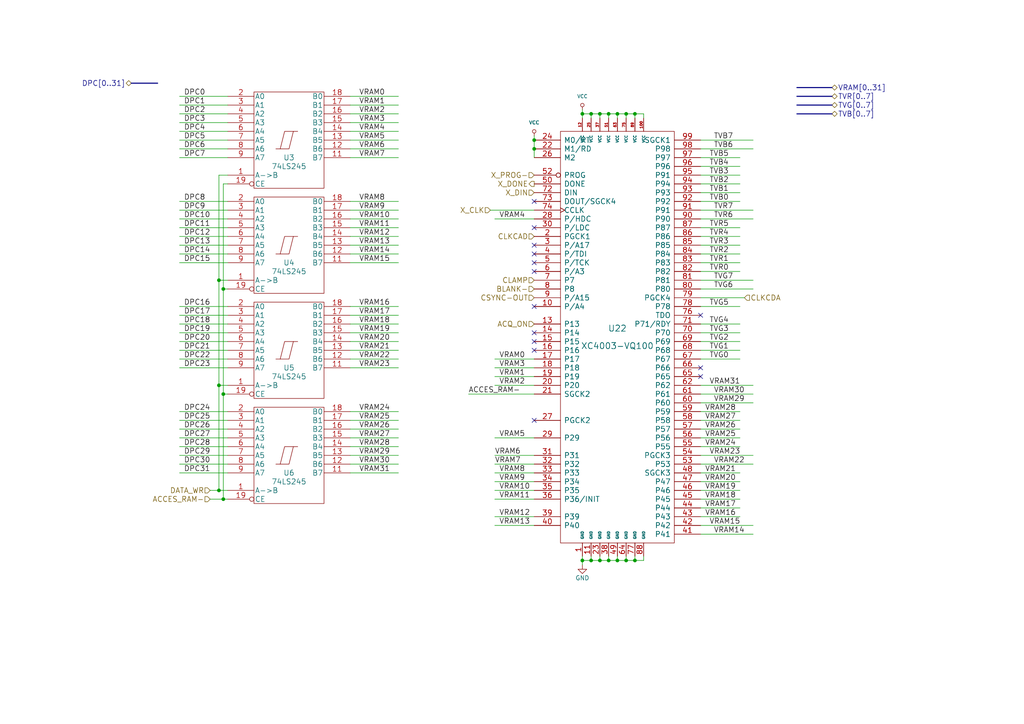
<source format=kicad_sch>
(kicad_sch (version 20221004) (generator eeschema)
  (paper "A4")
  (title_block (title "Video") (date "Sun 22 Mar 2015") (rev "2.0B") (company "Kicad EDA"))
  (lib_symbols
    (symbol "74LS245_1" (pin_names (offset 0.254))
      (property "Reference" "U" (at 2.54 14.605 0))
      (property "Value" "74LS245" (at 1.27 -14.605 0))
      (symbol "74LS245_1_0_0"
        (pin power_in line (at 0 -13.97 90) (length 0) hide (name "GND") (number "10"))
        (pin power_in line (at 0 13.97 270) (length 0) hide (name "VCC") (number "20"))
      )
      (symbol "74LS245_1_0_1"
        (rectangle (start -10.16 13.97) (end 10.16 -13.97))
        (polyline (pts (xy 1.27 2.54) (xy 0 -2.54) (xy -2.54 -2.54)))
        (polyline (pts (xy 2.54 2.54) (xy -1.27 2.54) (xy -2.54 -2.54) (xy -3.81 -2.54)))
      )
      (symbol "74LS245_1_1_1"
        (pin input line (at -17.78 -10.16 0) (length 7.62) (name "A->B") (number "1"))
        (pin tri_state line (at 17.78 -5.08 180) (length 7.62) (name "B7") (number "11"))
        (pin tri_state line (at 17.78 -2.54 180) (length 7.62) (name "B6") (number "12"))
        (pin tri_state line (at 17.78 0 180) (length 7.62) (name "B5") (number "13"))
        (pin tri_state line (at 17.78 2.54 180) (length 7.62) (name "B4") (number "14"))
        (pin tri_state line (at 17.78 5.08 180) (length 7.62) (name "B3") (number "15"))
        (pin tri_state line (at 17.78 7.62 180) (length 7.62) (name "B2") (number "16"))
        (pin tri_state line (at 17.78 10.16 180) (length 7.62) (name "B1") (number "17"))
        (pin tri_state line (at 17.78 12.7 180) (length 7.62) (name "B0") (number "18"))
        (pin input inverted (at -17.78 -12.7 0) (length 7.62) (name "CE") (number "19"))
        (pin tri_state line (at -17.78 12.7 0) (length 7.62) (name "A0") (number "2"))
        (pin tri_state line (at -17.78 10.16 0) (length 7.62) (name "A1") (number "3"))
        (pin tri_state line (at -17.78 7.62 0) (length 7.62) (name "A2") (number "4"))
        (pin tri_state line (at -17.78 5.08 0) (length 7.62) (name "A3") (number "5"))
        (pin tri_state line (at -17.78 2.54 0) (length 7.62) (name "A4") (number "6"))
        (pin tri_state line (at -17.78 0 0) (length 7.62) (name "A5") (number "7"))
        (pin tri_state line (at -17.78 -2.54 0) (length 7.62) (name "A6") (number "8"))
        (pin tri_state line (at -17.78 -5.08 0) (length 7.62) (name "A7") (number "9"))
      )
    )
    (symbol "74LS245_2" (pin_names (offset 0.254))
      (property "Reference" "U" (at 2.54 14.605 0))
      (property "Value" "74LS245" (at 1.27 -14.605 0))
      (symbol "74LS245_2_0_0"
        (pin power_in line (at 0 -13.97 90) (length 0) hide (name "GND") (number "10"))
        (pin power_in line (at 0 13.97 270) (length 0) hide (name "VCC") (number "20"))
      )
      (symbol "74LS245_2_0_1"
        (rectangle (start -10.16 13.97) (end 10.16 -13.97))
        (polyline (pts (xy 1.27 2.54) (xy 0 -2.54) (xy -2.54 -2.54)))
        (polyline (pts (xy 2.54 2.54) (xy -1.27 2.54) (xy -2.54 -2.54) (xy -3.81 -2.54)))
      )
      (symbol "74LS245_2_1_1"
        (pin input line (at -17.78 -10.16 0) (length 7.62) (name "A->B") (number "1"))
        (pin tri_state line (at 17.78 -5.08 180) (length 7.62) (name "B7") (number "11"))
        (pin tri_state line (at 17.78 -2.54 180) (length 7.62) (name "B6") (number "12"))
        (pin tri_state line (at 17.78 0 180) (length 7.62) (name "B5") (number "13"))
        (pin tri_state line (at 17.78 2.54 180) (length 7.62) (name "B4") (number "14"))
        (pin tri_state line (at 17.78 5.08 180) (length 7.62) (name "B3") (number "15"))
        (pin tri_state line (at 17.78 7.62 180) (length 7.62) (name "B2") (number "16"))
        (pin tri_state line (at 17.78 10.16 180) (length 7.62) (name "B1") (number "17"))
        (pin tri_state line (at 17.78 12.7 180) (length 7.62) (name "B0") (number "18"))
        (pin input inverted (at -17.78 -12.7 0) (length 7.62) (name "CE") (number "19"))
        (pin tri_state line (at -17.78 12.7 0) (length 7.62) (name "A0") (number "2"))
        (pin tri_state line (at -17.78 10.16 0) (length 7.62) (name "A1") (number "3"))
        (pin tri_state line (at -17.78 7.62 0) (length 7.62) (name "A2") (number "4"))
        (pin tri_state line (at -17.78 5.08 0) (length 7.62) (name "A3") (number "5"))
        (pin tri_state line (at -17.78 2.54 0) (length 7.62) (name "A4") (number "6"))
        (pin tri_state line (at -17.78 0 0) (length 7.62) (name "A5") (number "7"))
        (pin tri_state line (at -17.78 -2.54 0) (length 7.62) (name "A6") (number "8"))
        (pin tri_state line (at -17.78 -5.08 0) (length 7.62) (name "A7") (number "9"))
      )
    )
    (symbol "74LS245_3" (pin_names (offset 0.254))
      (property "Reference" "U" (at 2.54 14.605 0))
      (property "Value" "74LS245" (at 1.27 -14.605 0))
      (symbol "74LS245_3_0_0"
        (pin power_in line (at 0 -13.97 90) (length 0) hide (name "GND") (number "10"))
        (pin power_in line (at 0 13.97 270) (length 0) hide (name "VCC") (number "20"))
      )
      (symbol "74LS245_3_0_1"
        (rectangle (start -10.16 13.97) (end 10.16 -13.97))
        (polyline (pts (xy 1.27 2.54) (xy 0 -2.54) (xy -2.54 -2.54)))
        (polyline (pts (xy 2.54 2.54) (xy -1.27 2.54) (xy -2.54 -2.54) (xy -3.81 -2.54)))
      )
      (symbol "74LS245_3_1_1"
        (pin input line (at -17.78 -10.16 0) (length 7.62) (name "A->B") (number "1"))
        (pin tri_state line (at 17.78 -5.08 180) (length 7.62) (name "B7") (number "11"))
        (pin tri_state line (at 17.78 -2.54 180) (length 7.62) (name "B6") (number "12"))
        (pin tri_state line (at 17.78 0 180) (length 7.62) (name "B5") (number "13"))
        (pin tri_state line (at 17.78 2.54 180) (length 7.62) (name "B4") (number "14"))
        (pin tri_state line (at 17.78 5.08 180) (length 7.62) (name "B3") (number "15"))
        (pin tri_state line (at 17.78 7.62 180) (length 7.62) (name "B2") (number "16"))
        (pin tri_state line (at 17.78 10.16 180) (length 7.62) (name "B1") (number "17"))
        (pin tri_state line (at 17.78 12.7 180) (length 7.62) (name "B0") (number "18"))
        (pin input inverted (at -17.78 -12.7 0) (length 7.62) (name "CE") (number "19"))
        (pin tri_state line (at -17.78 12.7 0) (length 7.62) (name "A0") (number "2"))
        (pin tri_state line (at -17.78 10.16 0) (length 7.62) (name "A1") (number "3"))
        (pin tri_state line (at -17.78 7.62 0) (length 7.62) (name "A2") (number "4"))
        (pin tri_state line (at -17.78 5.08 0) (length 7.62) (name "A3") (number "5"))
        (pin tri_state line (at -17.78 2.54 0) (length 7.62) (name "A4") (number "6"))
        (pin tri_state line (at -17.78 0 0) (length 7.62) (name "A5") (number "7"))
        (pin tri_state line (at -17.78 -2.54 0) (length 7.62) (name "A6") (number "8"))
        (pin tri_state line (at -17.78 -5.08 0) (length 7.62) (name "A7") (number "9"))
      )
    )
    (symbol "power:GND" (power) (pin_names (offset 0))
      (property "Value" "GND" (at 0 -3.81 0))
      (symbol "GND_0_1"
        (polyline (pts (xy 0 0) (xy 0 -1.27) (xy 1.27 -1.27) (xy 0 -2.54) (xy -1.27 -1.27) (xy 0 -1.27)))
      )
      (symbol "GND_1_1"
        (pin power_in line (at 0 0 270) (length 0) hide (name "GND") (number "1"))
      )
    )
    (symbol "video_schlib:74LS245" (pin_names (offset 0.254))
      (property "Reference" "U" (at 2.54 14.605 0))
      (property "Value" "74LS245" (at 1.27 -14.605 0))
      (symbol "74LS245_0_0"
        (pin power_in line (at 0 -13.97 90) (length 0) hide (name "GND") (number "10"))
        (pin power_in line (at 0 13.97 270) (length 0) hide (name "VCC") (number "20"))
      )
      (symbol "74LS245_0_1"
        (rectangle (start -10.16 13.97) (end 10.16 -13.97))
        (polyline (pts (xy 1.27 2.54) (xy 0 -2.54) (xy -2.54 -2.54)))
        (polyline (pts (xy 2.54 2.54) (xy -1.27 2.54) (xy -2.54 -2.54) (xy -3.81 -2.54)))
      )
      (symbol "74LS245_1_1"
        (pin input line (at -17.78 -10.16 0) (length 7.62) (name "A->B") (number "1"))
        (pin tri_state line (at 17.78 -5.08 180) (length 7.62) (name "B7") (number "11"))
        (pin tri_state line (at 17.78 -2.54 180) (length 7.62) (name "B6") (number "12"))
        (pin tri_state line (at 17.78 0 180) (length 7.62) (name "B5") (number "13"))
        (pin tri_state line (at 17.78 2.54 180) (length 7.62) (name "B4") (number "14"))
        (pin tri_state line (at 17.78 5.08 180) (length 7.62) (name "B3") (number "15"))
        (pin tri_state line (at 17.78 7.62 180) (length 7.62) (name "B2") (number "16"))
        (pin tri_state line (at 17.78 10.16 180) (length 7.62) (name "B1") (number "17"))
        (pin tri_state line (at 17.78 12.7 180) (length 7.62) (name "B0") (number "18"))
        (pin input inverted (at -17.78 -12.7 0) (length 7.62) (name "CE") (number "19"))
        (pin tri_state line (at -17.78 12.7 0) (length 7.62) (name "A0") (number "2"))
        (pin tri_state line (at -17.78 10.16 0) (length 7.62) (name "A1") (number "3"))
        (pin tri_state line (at -17.78 7.62 0) (length 7.62) (name "A2") (number "4"))
        (pin tri_state line (at -17.78 5.08 0) (length 7.62) (name "A3") (number "5"))
        (pin tri_state line (at -17.78 2.54 0) (length 7.62) (name "A4") (number "6"))
        (pin tri_state line (at -17.78 0 0) (length 7.62) (name "A5") (number "7"))
        (pin tri_state line (at -17.78 -2.54 0) (length 7.62) (name "A6") (number "8"))
        (pin tri_state line (at -17.78 -5.08 0) (length 7.62) (name "A7") (number "9"))
      )
    )
    (symbol "video_schlib:VCC" (power) (pin_names (offset 0))
      (property "Value" "VCC" (at 0 2.54 0))
      (symbol "VCC_0_0"
        (pin power_in line (at 0 0 90) (length 0) hide (name "VCC") (number "1"))
      )
      (symbol "VCC_0_1"
        (polyline (pts (xy 0 0) (xy 0 0.762) (xy 0 0.762)))
        (circle (center 0 1.27) (radius 0.508))
      )
    )
    (symbol "video_schlib:XC4003-VQ100" (pin_names (offset 1.016))
      (property "Reference" "U" (at 0 2.54 0))
      (property "Value" "XC4003-VQ100" (at 0 -2.54 0))
      (symbol "XC4003-VQ100_0_1"
        (rectangle (start -16.51 -59.69) (end 16.51 59.69))
      )
      (symbol "XC4003-VQ100_1_1"
        (pin power_in line (at -10.16 -63.5 90) (length 3.81) (name "GND") (number "1"))
        (pin passive line (at -24.13 8.89 0) (length 7.62) (name "P/A4") (number "10"))
        (pin power_in line (at 7.62 63.5 270) (length 3.81) (name "VCC") (number "100"))
        (pin power_in line (at -7.62 -63.5 90) (length 3.81) (name "GND") (number "11"))
        (pin power_in line (at -10.16 63.5 270) (length 3.81) (name "VCC") (number "12"))
        (pin bidirectional line (at -24.13 3.81 0) (length 7.62) (name "P13") (number "13"))
        (pin passive line (at -24.13 1.27 0) (length 7.62) (name "P14") (number "14"))
        (pin passive line (at -24.13 -1.27 0) (length 7.62) (name "P15") (number "15"))
        (pin passive line (at -24.13 -3.81 0) (length 7.62) (name "P16") (number "16"))
        (pin passive line (at -24.13 -6.35 0) (length 7.62) (name "P17") (number "17"))
        (pin passive line (at -24.13 -8.89 0) (length 7.62) (name "P18") (number "18"))
        (pin passive line (at -24.13 -11.43 0) (length 7.62) (name "P19") (number "19"))
        (pin passive line (at -24.13 29.21 0) (length 7.62) (name "PGCK1") (number "2"))
        (pin passive line (at -24.13 -13.97 0) (length 7.62) (name "P20") (number "20"))
        (pin passive line (at -24.13 -16.51 0) (length 7.62) (name "SGCK2") (number "21"))
        (pin input line (at -24.13 54.61 0) (length 7.62) (name "M1/RD") (number "22"))
        (pin power_in line (at -5.08 -63.5 90) (length 3.81) (name "GND") (number "23"))
        (pin input line (at -24.13 57.15 0) (length 7.62) (name "M0/RT") (number "24"))
        (pin power_in line (at -7.62 63.5 270) (length 3.81) (name "VCC") (number "25"))
        (pin passive line (at -24.13 52.07 0) (length 7.62) (name "M2") (number "26"))
        (pin passive line (at -24.13 -24.13 0) (length 7.62) (name "PGCK2") (number "27"))
        (pin passive line (at -24.13 34.29 0) (length 7.62) (name "P/HDC") (number "28"))
        (pin passive line (at -24.13 -29.21 0) (length 7.62) (name "P29") (number "29"))
        (pin passive line (at -24.13 26.67 0) (length 7.62) (name "P/A17") (number "3"))
        (pin passive line (at -24.13 31.75 0) (length 7.62) (name "P/LDC") (number "30"))
        (pin passive line (at -24.13 -34.29 0) (length 7.62) (name "P31") (number "31"))
        (pin passive line (at -24.13 -36.83 0) (length 7.62) (name "P32") (number "32"))
        (pin passive line (at -24.13 -39.37 0) (length 7.62) (name "P33") (number "33"))
        (pin passive line (at -24.13 -41.91 0) (length 7.62) (name "P34") (number "34"))
        (pin passive line (at -24.13 -44.45 0) (length 7.62) (name "P35") (number "35"))
        (pin passive line (at -24.13 -46.99 0) (length 7.62) (name "P36/INIT") (number "36"))
        (pin power_in line (at -5.08 63.5 270) (length 3.81) (name "VCC") (number "37"))
        (pin power_in line (at -2.54 -63.5 90) (length 3.81) (name "GND") (number "38"))
        (pin passive line (at -24.13 -52.07 0) (length 7.62) (name "P39") (number "39"))
        (pin passive line (at -24.13 24.13 0) (length 7.62) (name "P/TDI") (number "4"))
        (pin passive line (at -24.13 -54.61 0) (length 7.62) (name "P40") (number "40"))
        (pin passive line (at 24.13 -57.15 180) (length 7.62) (name "P41") (number "41"))
        (pin passive line (at 24.13 -54.61 180) (length 7.62) (name "P42") (number "42"))
        (pin passive line (at 24.13 -52.07 180) (length 7.62) (name "P43") (number "43"))
        (pin passive line (at 24.13 -49.53 180) (length 7.62) (name "P44") (number "44"))
        (pin passive line (at 24.13 -46.99 180) (length 7.62) (name "P45") (number "45"))
        (pin passive line (at 24.13 -44.45 180) (length 7.62) (name "P46") (number "46"))
        (pin passive line (at 24.13 -41.91 180) (length 7.62) (name "P47") (number "47"))
        (pin passive line (at 24.13 -39.37 180) (length 7.62) (name "SGCK3") (number "48"))
        (pin power_in line (at 0 -63.5 90) (length 3.81) (name "GND") (number "49"))
        (pin passive line (at -24.13 21.59 0) (length 7.62) (name "P/TCK") (number "5"))
        (pin open_collector line (at -24.13 44.45 0) (length 7.62) (name "DONE") (number "50"))
        (pin power_in line (at -2.54 63.5 270) (length 3.81) (name "VCC") (number "51"))
        (pin input inverted (at -24.13 46.99 0) (length 7.62) (name "PROG") (number "52"))
        (pin bidirectional line (at 24.13 -36.83 180) (length 7.62) (name "P53") (number "53"))
        (pin bidirectional line (at 24.13 -34.29 180) (length 7.62) (name "PGCK3") (number "54"))
        (pin passive line (at 24.13 -31.75 180) (length 7.62) (name "P55") (number "55"))
        (pin bidirectional line (at 24.13 -29.21 180) (length 7.62) (name "P56") (number "56"))
        (pin passive line (at 24.13 -26.67 180) (length 7.62) (name "P57") (number "57"))
        (pin passive line (at 24.13 -24.13 180) (length 7.62) (name "P58") (number "58"))
        (pin passive line (at 24.13 -21.59 180) (length 7.62) (name "P59") (number "59"))
        (pin passive line (at -24.13 19.05 0) (length 7.62) (name "P/A3") (number "6"))
        (pin passive line (at 24.13 -19.05 180) (length 7.62) (name "P60") (number "60"))
        (pin passive line (at 24.13 -16.51 180) (length 7.62) (name "P61") (number "61"))
        (pin passive line (at 24.13 -13.97 180) (length 7.62) (name "P62") (number "62"))
        (pin power_in line (at 0 63.5 270) (length 3.81) (name "VCC") (number "63"))
        (pin power_in line (at 2.54 -63.5 90) (length 3.81) (name "GND") (number "64"))
        (pin passive line (at 24.13 -11.43 180) (length 7.62) (name "P65") (number "65"))
        (pin passive line (at 24.13 -8.89 180) (length 7.62) (name "P66") (number "66"))
        (pin passive line (at 24.13 -6.35 180) (length 7.62) (name "P67") (number "67"))
        (pin passive line (at 24.13 -3.81 180) (length 7.62) (name "P68") (number "68"))
        (pin passive line (at 24.13 -1.27 180) (length 7.62) (name "P69") (number "69"))
        (pin passive line (at -24.13 16.51 0) (length 7.62) (name "P7") (number "7"))
        (pin passive line (at 24.13 1.27 180) (length 7.62) (name "P70") (number "70"))
        (pin passive line (at 24.13 3.81 180) (length 7.62) (name "P71/RDY") (number "71"))
        (pin passive line (at -24.13 41.91 0) (length 7.62) (name "DIN") (number "72"))
        (pin passive line (at -24.13 39.37 0) (length 7.62) (name "DOUT/SGCK4") (number "73"))
        (pin input clock (at -24.13 36.83 0) (length 7.62) (name "CCLK") (number "74"))
        (pin power_in line (at 2.54 63.5 270) (length 3.81) (name "VCC") (number "75"))
        (pin output line (at 24.13 6.35 180) (length 7.62) (name "TDO") (number "76"))
        (pin power_in line (at 5.08 -63.5 90) (length 3.81) (name "GND") (number "77"))
        (pin passive line (at 24.13 8.89 180) (length 7.62) (name "P78") (number "78"))
        (pin passive line (at 24.13 11.43 180) (length 7.62) (name "PGCK4") (number "79"))
        (pin passive line (at -24.13 13.97 0) (length 7.62) (name "P8") (number "8"))
        (pin passive line (at 24.13 13.97 180) (length 7.62) (name "P80") (number "80"))
        (pin passive line (at 24.13 16.51 180) (length 7.62) (name "P81") (number "81"))
        (pin passive line (at 24.13 19.05 180) (length 7.62) (name "P82") (number "82"))
        (pin passive line (at 24.13 21.59 180) (length 7.62) (name "P83") (number "83"))
        (pin passive line (at 24.13 24.13 180) (length 7.62) (name "P84") (number "84"))
        (pin passive line (at 24.13 26.67 180) (length 7.62) (name "P85") (number "85"))
        (pin passive line (at 24.13 29.21 180) (length 7.62) (name "P86") (number "86"))
        (pin passive line (at 24.13 31.75 180) (length 7.62) (name "P87") (number "87"))
        (pin power_in line (at 7.62 -63.5 90) (length 3.81) (name "GND") (number "88"))
        (pin power_in line (at 5.08 63.5 270) (length 3.81) (name "VCC") (number "89"))
        (pin passive line (at -24.13 11.43 0) (length 7.62) (name "P/A15") (number "9"))
        (pin bidirectional line (at 24.13 34.29 180) (length 7.62) (name "P90") (number "90"))
        (pin passive line (at 24.13 36.83 180) (length 7.62) (name "P91") (number "91"))
        (pin passive line (at 24.13 39.37 180) (length 7.62) (name "P92") (number "92"))
        (pin passive line (at 24.13 41.91 180) (length 7.62) (name "P93") (number "93"))
        (pin passive line (at 24.13 44.45 180) (length 7.62) (name "P94") (number "94"))
        (pin passive line (at 24.13 46.99 180) (length 7.62) (name "P91") (number "95"))
        (pin passive line (at 24.13 49.53 180) (length 7.62) (name "P96") (number "96"))
        (pin passive line (at 24.13 52.07 180) (length 7.62) (name "P97") (number "97"))
        (pin bidirectional line (at 24.13 54.61 180) (length 7.62) (name "P98") (number "98"))
        (pin bidirectional line (at 24.13 57.15 180) (length 7.62) (name "SGCK1") (number "99"))
      )
    )
  )
  (junction (at 154.94 40.64) (diameter 0.9144))
  (junction (at 168.91 33.02))
  (junction (at 173.99 33.02))
  (junction (at 173.99 162.56))
  (junction (at 64.77 144.78) (diameter 0.9144))
  (junction (at 181.61 162.56))
  (junction (at 179.07 162.56))
  (junction (at 171.45 33.02))
  (junction (at 168.91 162.56))
  (junction (at 184.15 33.02))
  (junction (at 184.15 162.56))
  (junction (at 171.45 162.56))
  (junction (at 181.61 33.02))
  (junction (at 176.53 162.56))
  (junction (at 63.5 81.28) (diameter 0.9144))
  (junction (at 154.94 43.18) (diameter 0.9144))
  (junction (at 176.53 33.02))
  (junction (at 64.77 114.3) (diameter 0.9144))
  (junction (at 63.5 111.76) (diameter 0.9144))
  (junction (at 64.77 83.82) (diameter 0.9144))
  (junction (at 63.5 142.24) (diameter 0.9144))
  (junction (at 179.07 33.02))
  (no_connect (at 154.94 96.52))
  (no_connect (at 154.94 58.42))
  (no_connect (at 154.94 73.66))
  (no_connect (at 154.94 78.74))
  (no_connect (at 154.94 66.04))
  (no_connect (at 154.94 71.12))
  (no_connect (at 203.2 109.22))
  (no_connect (at 203.2 91.44))
  (no_connect (at 154.94 88.9))
  (no_connect (at 154.94 76.2))
  (no_connect (at 203.2 106.68))
  (no_connect (at 154.94 121.92))
  (no_connect (at 154.94 99.06))
  (no_connect (at 154.94 101.6))
  (wire (pts (xy 66.04 101.6) (xy 52.07 101.6)))
  (wire (pts (xy 143.51 149.86) (xy 154.94 149.86)))
  (wire (pts (xy 101.6 93.98) (xy 115.57 93.98)))
  (wire (pts (xy 154.94 40.64) (xy 154.94 39.37)))
  (wire (pts (xy 203.2 93.98) (xy 214.63 93.98)))
  (wire (pts (xy 203.2 101.6) (xy 214.63 101.6)))
  (wire (pts (xy 176.53 161.29) (xy 176.53 162.56)))
  (wire (pts (xy 154.94 43.18) (xy 154.94 40.64)))
  (wire (pts (xy 143.51 127) (xy 154.94 127)))
  (wire (pts (xy 63.5 50.8) (xy 66.04 50.8)))
  (wire (pts (xy 143.51 144.78) (xy 154.94 144.78)))
  (wire (pts (xy 63.5 142.24) (xy 66.04 142.24)))
  (wire (pts (xy 66.04 63.5) (xy 52.07 63.5)))
  (wire (pts (xy 176.53 162.56) (xy 173.99 162.56)))
  (wire (pts (xy 168.91 33.02) (xy 168.91 34.29)))
  (wire (pts (xy 154.94 45.72) (xy 154.94 43.18)))
  (wire (pts (xy 101.6 45.72) (xy 115.57 45.72)))
  (wire (pts (xy 66.04 45.72) (xy 52.07 45.72)))
  (wire (pts (xy 66.04 66.04) (xy 52.07 66.04)))
  (wire (pts (xy 66.04 27.94) (xy 52.07 27.94)))
  (wire (pts (xy 179.07 162.56) (xy 176.53 162.56)))
  (wire (pts (xy 66.04 58.42) (xy 52.07 58.42)))
  (wire (pts (xy 101.6 58.42) (xy 115.57 58.42)))
  (wire (pts (xy 101.6 134.62) (xy 115.57 134.62)))
  (wire (pts (xy 64.77 83.82) (xy 64.77 53.34)))
  (wire (pts (xy 203.2 45.72) (xy 214.63 45.72)))
  (wire (pts (xy 203.2 121.92) (xy 214.63 121.92)))
  (wire (pts (xy 218.44 81.28) (xy 203.2 81.28)))
  (wire (pts (xy 203.2 139.7) (xy 214.63 139.7)))
  (wire (pts (xy 179.07 161.29) (xy 179.07 162.56)))
  (bus (pts (xy 231.14 25.4) (xy 241.3 25.4)))
  (wire (pts (xy 203.2 88.9) (xy 214.63 88.9)))
  (wire (pts (xy 218.44 152.4) (xy 203.2 152.4)))
  (wire (pts (xy 66.04 88.9) (xy 52.07 88.9)))
  (wire (pts (xy 218.44 114.3) (xy 203.2 114.3)))
  (wire (pts (xy 171.45 161.29) (xy 171.45 162.56)))
  (wire (pts (xy 66.04 83.82) (xy 64.77 83.82)))
  (wire (pts (xy 66.04 30.48) (xy 52.07 30.48)))
  (wire (pts (xy 66.04 132.08) (xy 52.07 132.08)))
  (wire (pts (xy 154.94 60.96) (xy 142.24 60.96)))
  (wire (pts (xy 101.6 91.44) (xy 115.57 91.44)))
  (wire (pts (xy 101.6 101.6) (xy 115.57 101.6)))
  (wire (pts (xy 66.04 73.66) (xy 52.07 73.66)))
  (wire (pts (xy 171.45 33.02) (xy 173.99 33.02)))
  (wire (pts (xy 181.61 162.56) (xy 179.07 162.56)))
  (wire (pts (xy 66.04 35.56) (xy 52.07 35.56)))
  (wire (pts (xy 143.51 111.76) (xy 154.94 111.76)))
  (wire (pts (xy 143.51 152.4) (xy 154.94 152.4)))
  (wire (pts (xy 203.2 78.74) (xy 214.63 78.74)))
  (wire (pts (xy 203.2 124.46) (xy 214.63 124.46)))
  (wire (pts (xy 101.6 35.56) (xy 115.57 35.56)))
  (bus (pts (xy 231.14 30.48) (xy 241.3 30.48)))
  (wire (pts (xy 101.6 63.5) (xy 115.57 63.5)))
  (wire (pts (xy 101.6 73.66) (xy 115.57 73.66)))
  (wire (pts (xy 203.2 127) (xy 214.63 127)))
  (wire (pts (xy 66.04 127) (xy 52.07 127)))
  (wire (pts (xy 181.61 161.29) (xy 181.61 162.56)))
  (wire (pts (xy 218.44 132.08) (xy 203.2 132.08)))
  (wire (pts (xy 66.04 119.38) (xy 52.07 119.38)))
  (wire (pts (xy 181.61 33.02) (xy 181.61 34.29)))
  (wire (pts (xy 63.5 111.76) (xy 63.5 81.28)))
  (wire (pts (xy 101.6 137.16) (xy 115.57 137.16)))
  (wire (pts (xy 64.77 114.3) (xy 64.77 83.82)))
  (wire (pts (xy 101.6 43.18) (xy 115.57 43.18)))
  (wire (pts (xy 66.04 114.3) (xy 64.77 114.3)))
  (wire (pts (xy 101.6 66.04) (xy 115.57 66.04)))
  (wire (pts (xy 101.6 121.92) (xy 115.57 121.92)))
  (wire (pts (xy 171.45 33.02) (xy 171.45 34.29)))
  (wire (pts (xy 203.2 66.04) (xy 214.63 66.04)))
  (wire (pts (xy 218.44 111.76) (xy 203.2 111.76)))
  (wire (pts (xy 179.07 34.29) (xy 179.07 33.02)))
  (wire (pts (xy 64.77 53.34) (xy 66.04 53.34)))
  (wire (pts (xy 203.2 144.78) (xy 214.63 144.78)))
  (wire (pts (xy 101.6 124.46) (xy 115.57 124.46)))
  (wire (pts (xy 218.44 43.18) (xy 203.2 43.18)))
  (wire (pts (xy 66.04 93.98) (xy 52.07 93.98)))
  (wire (pts (xy 184.15 33.02) (xy 186.69 33.02)))
  (wire (pts (xy 179.07 33.02) (xy 181.61 33.02)))
  (wire (pts (xy 203.2 50.8) (xy 214.63 50.8)))
  (wire (pts (xy 66.04 121.92) (xy 52.07 121.92)))
  (wire (pts (xy 171.45 162.56) (xy 168.91 162.56)))
  (wire (pts (xy 203.2 73.66) (xy 214.63 73.66)))
  (wire (pts (xy 203.2 99.06) (xy 214.63 99.06)))
  (wire (pts (xy 66.04 99.06) (xy 52.07 99.06)))
  (wire (pts (xy 66.04 68.58) (xy 52.07 68.58)))
  (wire (pts (xy 168.91 31.75) (xy 168.91 33.02)))
  (wire (pts (xy 186.69 162.56) (xy 184.15 162.56)))
  (wire (pts (xy 66.04 91.44) (xy 52.07 91.44)))
  (wire (pts (xy 203.2 68.58) (xy 214.63 68.58)))
  (wire (pts (xy 66.04 104.14) (xy 52.07 104.14)))
  (wire (pts (xy 203.2 53.34) (xy 214.63 53.34)))
  (wire (pts (xy 173.99 161.29) (xy 173.99 162.56)))
  (wire (pts (xy 203.2 104.14) (xy 214.63 104.14)))
  (wire (pts (xy 60.96 142.24) (xy 63.5 142.24)))
  (wire (pts (xy 203.2 129.54) (xy 214.63 129.54)))
  (wire (pts (xy 66.04 124.46) (xy 52.07 124.46)))
  (wire (pts (xy 218.44 60.96) (xy 203.2 60.96)))
  (wire (pts (xy 184.15 162.56) (xy 181.61 162.56)))
  (wire (pts (xy 203.2 119.38) (xy 214.63 119.38)))
  (wire (pts (xy 66.04 96.52) (xy 52.07 96.52)))
  (wire (pts (xy 101.6 104.14) (xy 115.57 104.14)))
  (wire (pts (xy 218.44 63.5) (xy 203.2 63.5)))
  (wire (pts (xy 66.04 38.1) (xy 52.07 38.1)))
  (wire (pts (xy 203.2 55.88) (xy 214.63 55.88)))
  (wire (pts (xy 143.51 142.24) (xy 154.94 142.24)))
  (wire (pts (xy 203.2 137.16) (xy 214.63 137.16)))
  (wire (pts (xy 203.2 48.26) (xy 214.63 48.26)))
  (wire (pts (xy 143.51 139.7) (xy 154.94 139.7)))
  (wire (pts (xy 101.6 132.08) (xy 115.57 132.08)))
  (wire (pts (xy 168.91 33.02) (xy 171.45 33.02)))
  (wire (pts (xy 101.6 88.9) (xy 115.57 88.9)))
  (wire (pts (xy 176.53 33.02) (xy 179.07 33.02)))
  (wire (pts (xy 101.6 99.06) (xy 115.57 99.06)))
  (wire (pts (xy 63.5 142.24) (xy 63.5 111.76)))
  (wire (pts (xy 66.04 43.18) (xy 52.07 43.18)))
  (wire (pts (xy 203.2 147.32) (xy 214.63 147.32)))
  (wire (pts (xy 101.6 33.02) (xy 115.57 33.02)))
  (wire (pts (xy 101.6 106.68) (xy 115.57 106.68)))
  (wire (pts (xy 66.04 60.96) (xy 52.07 60.96)))
  (wire (pts (xy 101.6 30.48) (xy 115.57 30.48)))
  (wire (pts (xy 173.99 33.02) (xy 176.53 33.02)))
  (wire (pts (xy 66.04 106.68) (xy 52.07 106.68)))
  (wire (pts (xy 218.44 40.64) (xy 203.2 40.64)))
  (wire (pts (xy 176.53 33.02) (xy 176.53 34.29)))
  (wire (pts (xy 143.51 106.68) (xy 154.94 106.68)))
  (bus (pts (xy 231.14 33.02) (xy 241.3 33.02)))
  (wire (pts (xy 184.15 33.02) (xy 184.15 34.29)))
  (wire (pts (xy 101.6 96.52) (xy 115.57 96.52)))
  (bus (pts (xy 38.1 24.13) (xy 45.72 24.13)))
  (wire (pts (xy 203.2 76.2) (xy 214.63 76.2)))
  (wire (pts (xy 66.04 144.78) (xy 64.77 144.78)))
  (wire (pts (xy 101.6 129.54) (xy 115.57 129.54)))
  (wire (pts (xy 168.91 161.29) (xy 168.91 162.56)))
  (wire (pts (xy 203.2 96.52) (xy 214.63 96.52)))
  (wire (pts (xy 181.61 33.02) (xy 184.15 33.02)))
  (wire (pts (xy 101.6 127) (xy 115.57 127)))
  (wire (pts (xy 66.04 129.54) (xy 52.07 129.54)))
  (wire (pts (xy 218.44 83.82) (xy 203.2 83.82)))
  (wire (pts (xy 66.04 137.16) (xy 52.07 137.16)))
  (wire (pts (xy 66.04 33.02) (xy 52.07 33.02)))
  (wire (pts (xy 66.04 40.64) (xy 52.07 40.64)))
  (wire (pts (xy 184.15 161.29) (xy 184.15 162.56)))
  (wire (pts (xy 64.77 144.78) (xy 64.77 114.3)))
  (wire (pts (xy 154.94 134.62) (xy 143.51 134.62)))
  (wire (pts (xy 101.6 38.1) (xy 115.57 38.1)))
  (wire (pts (xy 203.2 142.24) (xy 214.63 142.24)))
  (wire (pts (xy 218.44 154.94) (xy 203.2 154.94)))
  (wire (pts (xy 168.91 162.56) (xy 168.91 163.83)))
  (wire (pts (xy 186.69 33.02) (xy 186.69 34.29)))
  (wire (pts (xy 143.51 109.22) (xy 154.94 109.22)))
  (wire (pts (xy 203.2 86.36) (xy 215.9 86.36)))
  (wire (pts (xy 64.77 144.78) (xy 60.96 144.78)))
  (wire (pts (xy 101.6 119.38) (xy 115.57 119.38)))
  (wire (pts (xy 101.6 40.64) (xy 115.57 40.64)))
  (wire (pts (xy 101.6 60.96) (xy 115.57 60.96)))
  (wire (pts (xy 154.94 114.3) (xy 135.89 114.3)))
  (wire (pts (xy 143.51 137.16) (xy 154.94 137.16)))
  (wire (pts (xy 173.99 33.02) (xy 173.99 34.29)))
  (wire (pts (xy 66.04 81.28) (xy 63.5 81.28)))
  (wire (pts (xy 173.99 162.56) (xy 171.45 162.56)))
  (wire (pts (xy 203.2 71.12) (xy 214.63 71.12)))
  (wire (pts (xy 66.04 134.62) (xy 52.07 134.62)))
  (wire (pts (xy 101.6 76.2) (xy 115.57 76.2)))
  (wire (pts (xy 66.04 76.2) (xy 52.07 76.2)))
  (wire (pts (xy 203.2 58.42) (xy 214.63 58.42)))
  (wire (pts (xy 66.04 111.76) (xy 63.5 111.76)))
  (wire (pts (xy 63.5 81.28) (xy 63.5 50.8)))
  (wire (pts (xy 66.04 71.12) (xy 52.07 71.12)))
  (wire (pts (xy 101.6 68.58) (xy 115.57 68.58)))
  (wire (pts (xy 143.51 63.5) (xy 154.94 63.5)))
  (wire (pts (xy 186.69 161.29) (xy 186.69 162.56)))
  (wire (pts (xy 101.6 27.94) (xy 115.57 27.94)))
  (wire (pts (xy 101.6 71.12) (xy 115.57 71.12)))
  (wire (pts (xy 218.44 116.84) (xy 203.2 116.84)))
  (wire (pts (xy 143.51 104.14) (xy 154.94 104.14)))
  (wire (pts (xy 218.44 134.62) (xy 203.2 134.62)))
  (wire (pts (xy 203.2 149.86) (xy 214.63 149.86)))
  (bus (pts (xy 231.14 27.94) (xy 241.3 27.94)))
  (wire (pts (xy 154.94 132.08) (xy 143.51 132.08)))
  (label "DPC1" (at 53.34 30.48 0) (effects (font (size 1.524 1.524))))
  (label "VRAM10" (at 144.78 142.24 0) (effects (font (size 1.524 1.524))))
  (label "TVR2" (at 205.74 73.66 0) (effects (font (size 1.524 1.524))))
  (label "VRAM30" (at 104.14 134.62 0) (effects (font (size 1.524 1.524))))
  (label "TVB4" (at 205.74 48.26 0) (effects (font (size 1.524 1.524))))
  (label "VRAM24" (at 204.47 129.54 0) (effects (font (size 1.524 1.524))))
  (label "VRAM8" (at 104.14 58.42 0) (effects (font (size 1.524 1.524))))
  (label "DPC27" (at 53.34 127 0) (effects (font (size 1.524 1.524))))
  (label "TVR0" (at 205.74 78.74 0) (effects (font (size 1.524 1.524))))
  (label "VRAM5" (at 104.14 40.64 0) (effects (font (size 1.524 1.524))))
  (label "TVB0" (at 205.74 58.42 0) (effects (font (size 1.524 1.524))))
  (label "DPC17" (at 53.34 91.44 0) (effects (font (size 1.524 1.524))))
  (label "DPC3" (at 53.34 35.56 0) (effects (font (size 1.524 1.524))))
  (label "VRAM8" (at 144.78 137.16 0) (effects (font (size 1.524 1.524))))
  (label "VRAM27" (at 204.47 121.92 0) (effects (font (size 1.524 1.524))))
  (label "VRAM11" (at 144.78 144.78 0) (effects (font (size 1.524 1.524))))
  (label "VRAM21" (at 104.14 101.6 0) (effects (font (size 1.524 1.524))))
  (label "VRAM14" (at 207.01 154.94 0) (effects (font (size 1.524 1.524))))
  (label "VRAM11" (at 104.14 66.04 0) (effects (font (size 1.524 1.524))))
  (label "VRAM20" (at 104.14 99.06 0) (effects (font (size 1.524 1.524))))
  (label "VRAM24" (at 104.14 119.38 0) (effects (font (size 1.524 1.524))))
  (label "DPC16" (at 53.34 88.9 0) (effects (font (size 1.524 1.524))))
  (label "VRAM9" (at 104.14 60.96 0) (effects (font (size 1.524 1.524))))
  (label "VRAM22" (at 207.01 134.62 0) (effects (font (size 1.524 1.524))))
  (label "VRAM5" (at 144.78 127 0) (effects (font (size 1.524 1.524))))
  (label "VRAM19" (at 204.47 142.24 0) (effects (font (size 1.524 1.524))))
  (label "TVG2" (at 205.74 99.06 0) (effects (font (size 1.524 1.524))))
  (label "VRAM17" (at 204.47 147.32 0) (effects (font (size 1.524 1.524))))
  (label "TVB7" (at 207.01 40.64 0) (effects (font (size 1.524 1.524))))
  (label "DPC18" (at 53.34 93.98 0) (effects (font (size 1.524 1.524))))
  (label "VRAM12" (at 144.78 149.86 0) (effects (font (size 1.524 1.524))))
  (label "VRAM3" (at 144.78 106.68 0) (effects (font (size 1.524 1.524))))
  (label "VRAM25" (at 104.14 121.92 0) (effects (font (size 1.524 1.524))))
  (label "VRAM30" (at 207.01 114.3 0) (effects (font (size 1.524 1.524))))
  (label "TVR4" (at 205.74 68.58 0) (effects (font (size 1.524 1.524))))
  (label "TVR5" (at 205.74 66.04 0) (effects (font (size 1.524 1.524))))
  (label "TVG4" (at 205.74 93.98 0) (effects (font (size 1.524 1.524))))
  (label "DPC20" (at 53.34 99.06 0) (effects (font (size 1.524 1.524))))
  (label "VRAM22" (at 104.14 104.14 0) (effects (font (size 1.524 1.524))))
  (label "DPC25" (at 53.34 121.92 0) (effects (font (size 1.524 1.524))))
  (label "VRAM12" (at 104.14 68.58 0) (effects (font (size 1.524 1.524))))
  (label "DPC6" (at 53.34 43.18 0) (effects (font (size 1.524 1.524))))
  (label "VRAM0" (at 144.78 104.14 0) (effects (font (size 1.524 1.524))))
  (label "TVB1" (at 205.74 55.88 0) (effects (font (size 1.524 1.524))))
  (label "DPC24" (at 53.34 119.38 0) (effects (font (size 1.524 1.524))))
  (label "VRAM27" (at 104.14 127 0) (effects (font (size 1.524 1.524))))
  (label "VRAM4" (at 104.14 38.1 0) (effects (font (size 1.524 1.524))))
  (label "VRAM23" (at 205.74 132.08 0) (effects (font (size 1.524 1.524))))
  (label "DPC10" (at 53.34 63.5 0) (effects (font (size 1.524 1.524))))
  (label "DPC12" (at 53.34 68.58 0) (effects (font (size 1.524 1.524))))
  (label "TVG5" (at 205.74 88.9 0) (effects (font (size 1.524 1.524))))
  (label "VRAM9" (at 144.78 139.7 0) (effects (font (size 1.524 1.524))))
  (label "VRAM31" (at 205.74 111.76 0) (effects (font (size 1.524 1.524))))
  (label "DPC0" (at 53.34 27.94 0) (effects (font (size 1.524 1.524))))
  (label "VRAM20" (at 204.47 139.7 0) (effects (font (size 1.524 1.524))))
  (label "DPC15" (at 53.34 76.2 0) (effects (font (size 1.524 1.524))))
  (label "TVB3" (at 205.74 50.8 0) (effects (font (size 1.524 1.524))))
  (label "DPC5" (at 53.34 40.64 0) (effects (font (size 1.524 1.524))))
  (label "VRAM0" (at 104.14 27.94 0) (effects (font (size 1.524 1.524))))
  (label "DPC29" (at 53.34 132.08 0) (effects (font (size 1.524 1.524))))
  (label "VRAM6" (at 143.51 132.08 0) (effects (font (size 1.524 1.524))))
  (label "VRAM16" (at 204.47 149.86 0) (effects (font (size 1.524 1.524))))
  (label "VRAM1" (at 104.14 30.48 0) (effects (font (size 1.524 1.524))))
  (label "VRAM18" (at 204.47 144.78 0) (effects (font (size 1.524 1.524))))
  (label "VRAM29" (at 104.14 132.08 0) (effects (font (size 1.524 1.524))))
  (label "VRAM18" (at 104.14 93.98 0) (effects (font (size 1.524 1.524))))
  (label "VRAM26" (at 104.14 124.46 0) (effects (font (size 1.524 1.524))))
  (label "TVG7" (at 207.01 81.28 0) (effects (font (size 1.524 1.524))))
  (label "VRAM6" (at 104.14 43.18 0) (effects (font (size 1.524 1.524))))
  (label "DPC28" (at 53.34 129.54 0) (effects (font (size 1.524 1.524))))
  (label "VRAM7" (at 104.14 45.72 0) (effects (font (size 1.524 1.524))))
  (label "VRAM7" (at 143.51 134.62 0) (effects (font (size 1.524 1.524))))
  (label "VRAM2" (at 144.78 111.76 0) (effects (font (size 1.524 1.524))))
  (label "VRAM14" (at 104.14 73.66 0) (effects (font (size 1.524 1.524))))
  (label "TVR3" (at 205.74 71.12 0) (effects (font (size 1.524 1.524))))
  (label "VRAM29" (at 207.01 116.84 0) (effects (font (size 1.524 1.524))))
  (label "DPC11" (at 53.34 66.04 0) (effects (font (size 1.524 1.524))))
  (label "VRAM2" (at 104.14 33.02 0) (effects (font (size 1.524 1.524))))
  (label "DPC8" (at 53.34 58.42 0) (effects (font (size 1.524 1.524))))
  (label "DPC7" (at 53.34 45.72 0) (effects (font (size 1.524 1.524))))
  (label "TVB6" (at 207.01 43.18 0) (effects (font (size 1.524 1.524))))
  (label "DPC19" (at 53.34 96.52 0) (effects (font (size 1.524 1.524))))
  (label "DPC14" (at 53.34 73.66 0) (effects (font (size 1.524 1.524))))
  (label "DPC31" (at 53.34 137.16 0) (effects (font (size 1.524 1.524))))
  (label "VRAM13" (at 104.14 71.12 0) (effects (font (size 1.524 1.524))))
  (label "TVB5" (at 205.74 45.72 0) (effects (font (size 1.524 1.524))))
  (label "VRAM28" (at 204.47 119.38 0) (effects (font (size 1.524 1.524))))
  (label "TVR6" (at 207.01 63.5 0) (effects (font (size 1.524 1.524))))
  (label "DPC23" (at 53.34 106.68 0) (effects (font (size 1.524 1.524))))
  (label "DPC21" (at 53.34 101.6 0) (effects (font (size 1.524 1.524))))
  (label "VRAM1" (at 144.78 109.22 0) (effects (font (size 1.524 1.524))))
  (label "VRAM28" (at 104.14 129.54 0) (effects (font (size 1.524 1.524))))
  (label "TVR1" (at 205.74 76.2 0) (effects (font (size 1.524 1.524))))
  (label "VRAM15" (at 104.14 76.2 0) (effects (font (size 1.524 1.524))))
  (label "DPC26" (at 53.34 124.46 0) (effects (font (size 1.524 1.524))))
  (label "TVG0" (at 205.74 104.14 0) (effects (font (size 1.524 1.524))))
  (label "VRAM4" (at 144.78 63.5 0) (effects (font (size 1.524 1.524))))
  (label "TVR7" (at 207.01 60.96 0) (effects (font (size 1.524 1.524))))
  (label "TVG6" (at 207.01 83.82 0) (effects (font (size 1.524 1.524))))
  (label "VRAM3" (at 104.14 35.56 0) (effects (font (size 1.524 1.524))))
  (label "DPC2" (at 53.34 33.02 0) (effects (font (size 1.524 1.524))))
  (label "DPC13" (at 53.34 71.12 0) (effects (font (size 1.524 1.524))))
  (label "VRAM31" (at 104.14 137.16 0) (effects (font (size 1.524 1.524))))
  (label "ACCES_RAM-" (at 135.89 114.3 0) (effects (font (size 1.524 1.524))))
  (label "TVB2" (at 205.74 53.34 0) (effects (font (size 1.524 1.524))))
  (label "VRAM16" (at 104.14 88.9 0) (effects (font (size 1.524 1.524))))
  (label "DPC30" (at 53.34 134.62 0) (effects (font (size 1.524 1.524))))
  (label "TVG1" (at 205.74 101.6 0) (effects (font (size 1.524 1.524))))
  (label "VRAM26" (at 204.47 124.46 0) (effects (font (size 1.524 1.524))))
  (label "DPC4" (at 53.34 38.1 0) (effects (font (size 1.524 1.524))))
  (label "VRAM17" (at 104.14 91.44 0) (effects (font (size 1.524 1.524))))
  (label "VRAM23" (at 104.14 106.68 0) (effects (font (size 1.524 1.524))))
  (label "VRAM15" (at 205.74 152.4 0) (effects (font (size 1.524 1.524))))
  (label "VRAM13" (at 144.78 152.4 0) (effects (font (size 1.524 1.524))))
  (label "VRAM21" (at 204.47 137.16 0) (effects (font (size 1.524 1.524))))
  (label "TVG3" (at 205.74 96.52 0) (effects (font (size 1.524 1.524))))
  (label "DPC9" (at 53.34 60.96 0) (effects (font (size 1.524 1.524))))
  (label "VRAM19" (at 104.14 96.52 0) (effects (font (size 1.524 1.524))))
  (label "VRAM25" (at 204.47 127 0) (effects (font (size 1.524 1.524))))
  (label "VRAM10" (at 104.14 63.5 0) (effects (font (size 1.524 1.524))))
  (label "DPC22" (at 53.34 104.14 0) (effects (font (size 1.524 1.524))))
  (hierarchical_label "X_CLK" (shape input) (at 142.24 60.96 180) (effects (font (size 1.524 1.524))))
  (hierarchical_label "CSYNC-OUT" (shape input) (at 154.94 86.36 180) (effects (font (size 1.524 1.524))))
  (hierarchical_label "CLAMP" (shape input) (at 154.94 81.28 180) (effects (font (size 1.524 1.524))))
  (hierarchical_label "TVG[0..7]" (shape bidirectional) (at 241.3 30.48 0) (effects (font (size 1.524 1.524))))
  (hierarchical_label "TVR[0..7]" (shape bidirectional) (at 241.3 27.94 0) (effects (font (size 1.524 1.524))))
  (hierarchical_label "X_PROG-" (shape input) (at 154.94 50.8 180) (effects (font (size 1.524 1.524))))
  (hierarchical_label "TVB[0..7]" (shape bidirectional) (at 241.3 33.02 0) (effects (font (size 1.524 1.524))))
  (hierarchical_label "CLKCAD" (shape input) (at 154.94 68.58 180) (effects (font (size 1.524 1.524))))
  (hierarchical_label "X_DONE" (shape output) (at 154.94 53.34 180) (effects (font (size 1.524 1.524))))
  (hierarchical_label "ACQ_ON" (shape input) (at 154.94 93.98 180) (effects (font (size 1.524 1.524))))
  (hierarchical_label "X_DIN" (shape input) (at 154.94 55.88 180) (effects (font (size 1.524 1.524))))
  (hierarchical_label "DPC[0..31]" (shape bidirectional) (at 38.1 24.13 180) (effects (font (size 1.524 1.524))))
  (hierarchical_label "DATA_WR" (shape input) (at 60.96 142.24 180) (effects (font (size 1.524 1.524))))
  (hierarchical_label "VRAM[0..31]" (shape bidirectional) (at 241.3 25.4 0) (effects (font (size 1.524 1.524))))
  (hierarchical_label "ACCES_RAM-" (shape input) (at 60.96 144.78 180) (effects (font (size 1.524 1.524))))
  (hierarchical_label "CLKCDA" (shape input) (at 215.9 86.36 0) (effects (font (size 1.524 1.524))))
  (hierarchical_label "BLANK-" (shape input) (at 154.94 83.82 180) (effects (font (size 1.524 1.524))))
  (symbol (lib_id "video_schlib:XC4003-VQ100") (at 179.07 97.79 0) (unit 1)
    (property "Reference" "U22" (at 179.07 95.25 0) (effects (font (size 1.778 1.778))))
    (property "Value" "XC4003-VQ100" (at 179.07 100.33 0) (effects (font (size 1.778 1.778))))
    (property "Footprint" "Package_QFP:TQFP-100_14x14mm_P0.5mm" (effects hide))
  )
  (symbol (lib_id "video_schlib:VCC") (at 154.94 39.37 0) (unit 1)
    (property "Reference" "#PWR06" (effects hide))
    (property "Value" "VCC" (at 154.94 35.56 0) (effects (font (size 1.016 1.016))))
  )
  (symbol (lib_name "74LS245_1") (lib_id "video_schlib:74LS245") (at 83.82 40.64 0) (unit 1)
    (property "Reference" "U3" (at 83.82 45.72 0) (effects (font (size 1.524 1.524))))
    (property "Value" "74LS245" (at 83.82 48.26 0) (effects (font (size 1.524 1.524))))
    (property "Footprint" "Package_SO:SOIC-20W_7.5x12.8mm_P1.27mm" (effects hide))
  )
  (symbol (lib_name "74LS245_3") (lib_id "video_schlib:74LS245") (at 83.82 132.08 0) (unit 1)
    (property "Reference" "U6" (at 83.82 137.16 0) (effects (font (size 1.524 1.524))))
    (property "Value" "74LS245" (at 83.82 139.7 0) (effects (font (size 1.524 1.524))))
    (property "Footprint" "Package_SO:SOIC-20W_7.5x12.8mm_P1.27mm" (effects hide))
  )
  (symbol (lib_id "video_schlib:74LS245") (at 83.82 101.6 0) (unit 1)
    (property "Reference" "U5" (at 83.82 106.68 0) (effects (font (size 1.524 1.524))))
    (property "Value" "74LS245" (at 83.82 109.22 0) (effects (font (size 1.524 1.524))))
    (property "Footprint" "Package_SO:SOIC-20W_7.5x12.8mm_P1.27mm" (effects hide))
  )
  (symbol (lib_name "74LS245_2") (lib_id "video_schlib:74LS245") (at 83.82 71.12 0) (unit 1)
    (property "Reference" "U4" (at 83.82 76.2 0) (effects (font (size 1.524 1.524))))
    (property "Value" "74LS245" (at 83.82 78.74 0) (effects (font (size 1.524 1.524))))
    (property "Footprint" "Package_SO:SOIC-20W_7.5x12.8mm_P1.27mm" (effects hide))
  )
  (symbol (lib_id "video_schlib:VCC") (at 168.91 31.75 0) (unit 1)
    (property "Reference" "#PWR0103" (effects hide))
    (property "Value" "VCC" (at 168.91 27.94 0) (effects (font (size 1.016 1.016))))
  )
  (symbol (lib_id "power:GND") (at 168.91 163.83 0) (unit 1)
    (property "Reference" "#PWR0102" (effects hide))
    (property "Value" "GND" (at 168.91 167.64 0))
  )
)
</source>
